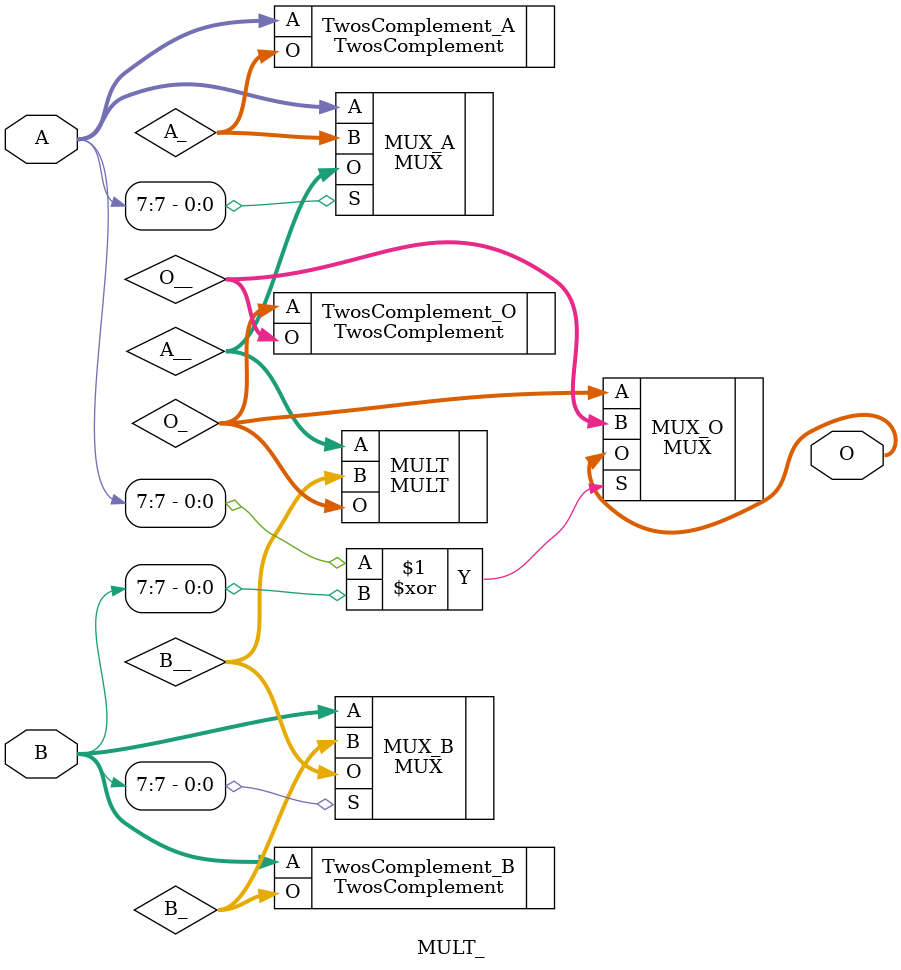
<source format=v>
`timescale 1ns / 1ps


module MULT_ #( parameter N = 8, M = 8 )( 
	input  [N-1:0] A,
	input  [M-1:0] B,
	output [N+M-1:0] O
);

	wire  [N-1:0] A_, A__;
	wire  [M-1:0] B_, B__;
	wire	[N+M-1:0] O_, O__;
	
	TwosComplement #(.N(N)) TwosComplement_A( 
		.A(A),
		.O(A_)
    );
	 
	 MUX #(.N(N)) MUX_A(
		.A(A),
		.B(A_),
		.S(A[N-1]),
		.O(A__)
	);
	
	TwosComplement #(.N(M)) TwosComplement_B( 
		.A(B),
		.O(B_)
    );
	 
	 MUX #(.N(M)) MUX_B(
		.A(B),
		.B(B_),
		.S(B[M-1]),
		.O(B__)
	);
	
	MULT #(.N(N), .M(M)) MULT ( 
		.A(A__),
		.B(B__),
		.O(O_)
	);
	
	TwosComplement #(.N(N+M)) TwosComplement_O( 
		.A(O_),
		.O(O__)
    );
	 
	 MUX #(.N(N+M)) MUX_O(
		.A(O_),
		.B(O__),
		.S(A[N-1]^B[M-1]),
		.O(O)
	);

endmodule

</source>
